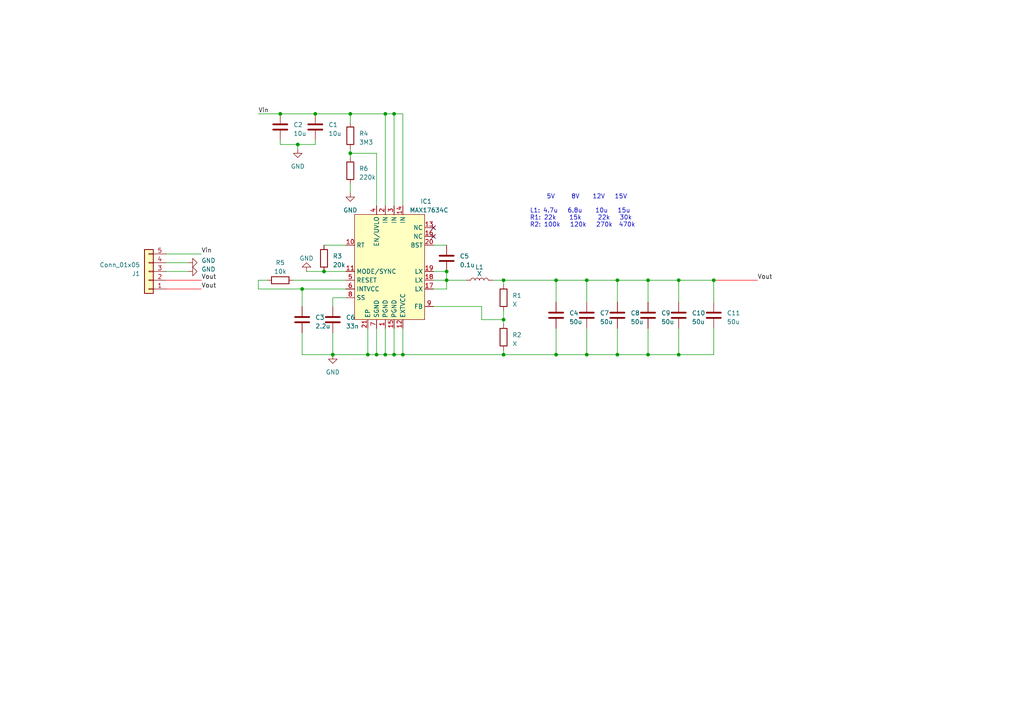
<source format=kicad_sch>
(kicad_sch (version 20230121) (generator eeschema)
  (paper "A4")
  (lib_symbols
    (symbol "Audio_DSP:MAX17634C"
      (property "Reference" "U" (at 10.16 19.05 0))
      (property "Value" "MAX17634C" (at 10.16 16.51 0))
      (symbol "MAX17634C_0_1"
        (rectangle (start -10.16 15.24) (end 10.16 -15.24) (fill (type background)))
      )
      (symbol "MAX17634C_1_0"
        (pin no_connect line (at 12.7 8.89 180) (length 2.54) (name "NC") (number "16"))
      )
      (symbol "MAX17634C_1_1"
        (pin passive line (at -1.27 -17.78 90) (length 2.54) (name "PGND") (number "1"))
        (pin passive line (at -12.7 6.35 0) (length 2.54) (name "RT") (number "10"))
        (pin passive line (at -12.7 -1.27 0) (length 2.54) (name "MODE/SYNC") (number "11"))
        (pin passive line (at 3.81 -17.78 90) (length 2.54) (name "EXTVCC") (number "12"))
        (pin no_connect line (at 12.7 11.43 180) (length 2.54) (name "NC") (number "13"))
        (pin power_in line (at 3.81 17.78 270) (length 2.54) (name "IN") (number "14"))
        (pin passive line (at 1.27 -17.78 90) (length 2.54) (name "PGND") (number "15"))
        (pin power_out line (at 12.7 -6.35 180) (length 2.54) (name "LX") (number "17"))
        (pin power_out line (at 12.7 -3.81 180) (length 2.54) (name "LX") (number "18"))
        (pin power_out line (at 12.7 -1.27 180) (length 2.54) (name "LX") (number "19"))
        (pin power_in line (at -1.27 17.78 270) (length 2.54) (name "IN") (number "2"))
        (pin passive line (at 12.7 6.35 180) (length 2.54) (name "BST") (number "20"))
        (pin passive line (at -6.35 -17.78 90) (length 2.54) (name "EP") (number "21"))
        (pin power_in line (at 1.27 17.78 270) (length 2.54) (name "IN") (number "3"))
        (pin passive line (at -3.81 17.78 270) (length 2.54) (name "EN/UVLO") (number "4"))
        (pin passive line (at -12.7 -3.81 0) (length 2.54) (name "RESET") (number "5"))
        (pin power_in line (at -12.7 -6.35 0) (length 2.54) (name "INTVCC") (number "6"))
        (pin passive line (at -3.81 -17.78 90) (length 2.54) (name "SGND") (number "7"))
        (pin passive line (at -12.7 -8.89 0) (length 2.54) (name "SS") (number "8"))
        (pin passive line (at 12.7 -11.43 180) (length 2.54) (name "FB") (number "9"))
      )
    )
    (symbol "Connector_Generic:Conn_01x05" (pin_names (offset 1.016) hide)
      (property "Reference" "J" (at 0 7.62 0))
      (property "Value" "Conn_01x05" (at 0 -7.62 0))
      (symbol "Conn_01x05_1_1"
        (rectangle (start -1.27 -4.953) (end 0 -5.207) (stroke (width 0.1524)))
        (rectangle (start -1.27 -2.413) (end 0 -2.667) (stroke (width 0.1524)))
        (rectangle (start -1.27 0.127) (end 0 -0.127) (stroke (width 0.1524)))
        (rectangle (start -1.27 2.667) (end 0 2.413) (stroke (width 0.1524)))
        (rectangle (start -1.27 5.207) (end 0 4.953) (stroke (width 0.1524)))
        (rectangle (start -1.27 6.35) (end 1.27 -6.35) (stroke (width 0.254)) (fill (type background)))
        (pin passive line (at -5.08 5.08 0) (length 3.81) (name "Pin_1") (number "1"))
        (pin passive line (at -5.08 2.54 0) (length 3.81) (name "Pin_2") (number "2"))
        (pin passive line (at -5.08 0 0) (length 3.81) (name "Pin_3") (number "3"))
        (pin passive line (at -5.08 -2.54 0) (length 3.81) (name "Pin_4") (number "4"))
        (pin passive line (at -5.08 -5.08 0) (length 3.81) (name "Pin_5") (number "5"))
      )
    )
    (symbol "Device:C" (pin_numbers hide) (pin_names (offset 0.254))
      (property "Reference" "C" (at 0.635 2.54 0))
      (property "Value" "C" (at 0.635 -2.54 0))
      (symbol "C_0_1"
        (polyline (pts (xy -2.032 -0.762) (xy 2.032 -0.762)) (stroke (width 0.508)))
        (polyline (pts (xy -2.032 0.762) (xy 2.032 0.762)) (stroke (width 0.508)))
      )
      (symbol "C_1_1"
        (pin passive line (at 0 3.81 270) (length 2.794) (name "~") (number "1"))
        (pin passive line (at 0 -3.81 90) (length 2.794) (name "~") (number "2"))
      )
    )
    (symbol "Device:L" (pin_numbers hide) (pin_names (offset 1.016) hide)
      (property "Reference" "L" (at -1.27 0 90))
      (property "Value" "L" (at 1.905 0 90))
      (symbol "L_0_1"
        (arc (start 0 -2.54) (mid 0.6323 -1.905) (end 0 -1.27))
        (arc (start 0 -1.27) (mid 0.6323 -0.635) (end 0 0))
        (arc (start 0 0) (mid 0.6323 0.635) (end 0 1.27))
        (arc (start 0 1.27) (mid 0.6323 1.905) (end 0 2.54))
      )
      (symbol "L_1_1"
        (pin passive line (at 0 3.81 270) (length 1.27) (name "1") (number "1"))
        (pin passive line (at 0 -3.81 90) (length 1.27) (name "2") (number "2"))
      )
    )
    (symbol "Device:R" (pin_numbers hide) (pin_names (offset 0))
      (property "Reference" "R" (at 2.032 0 90))
      (property "Value" "R" (at 0 0 90))
      (symbol "R_0_1"
        (rectangle (start -1.016 -2.54) (end 1.016 2.54) (stroke (width 0.254)))
      )
      (symbol "R_1_1"
        (pin passive line (at 0 3.81 270) (length 1.27) (name "~") (number "1"))
        (pin passive line (at 0 -3.81 90) (length 1.27) (name "~") (number "2"))
      )
    )
    (symbol "power:GND" (power) (pin_names (offset 0))
      (property "Value" "GND" (at 0 -3.81 0))
      (symbol "GND_0_1"
        (polyline (pts (xy 0 0) (xy 0 -1.27) (xy 1.27 -1.27) (xy 0 -2.54) (xy -1.27 -1.27) (xy 0 -1.27)))
      )
      (symbol "GND_1_1"
        (pin power_in line (at 0 0 270) (length 0) hide (name "GND") (number "1"))
      )
    )
  )
  (junction (at 179.07 81.28))
  (junction (at 146.05 81.28))
  (junction (at 116.84 102.87))
  (junction (at 109.22 102.87))
  (junction (at 196.85 102.87))
  (junction (at 86.36 41.91))
  (junction (at 187.96 102.87))
  (junction (at 146.05 92.71))
  (junction (at 161.29 81.28))
  (junction (at 81.28 33.02))
  (junction (at 129.54 78.74))
  (junction (at 101.6 33.02))
  (junction (at 207.01 81.28))
  (junction (at 93.98 78.74))
  (junction (at 170.18 81.28))
  (junction (at 114.3 33.02))
  (junction (at 170.18 102.87))
  (junction (at 106.68 102.87))
  (junction (at 179.07 102.87))
  (junction (at 129.54 81.28))
  (junction (at 87.63 83.82))
  (junction (at 196.85 81.28))
  (junction (at 91.44 33.02))
  (junction (at 111.76 102.87))
  (junction (at 146.05 102.87))
  (junction (at 111.76 33.02))
  (junction (at 96.52 102.87))
  (junction (at 101.6 44.45))
  (junction (at 187.96 81.28))
  (junction (at 161.29 102.87))
  (junction (at 114.3 102.87))
  (no_connect (at 125.73 66.04))
  (no_connect (at 125.73 68.58))
  (wire (pts (xy 114.3 33.02) (xy 114.3 59.69)))
  (wire (pts (xy 196.85 81.28) (xy 207.01 81.28)))
  (wire (pts (xy 146.05 81.28) (xy 161.29 81.28)))
  (wire (pts (xy 146.05 90.17) (xy 146.05 92.71)))
  (wire (pts (xy 101.6 33.02) (xy 101.6 35.56)))
  (wire (pts (xy 101.6 44.45) (xy 101.6 45.72)))
  (wire (pts (xy 125.73 88.9) (xy 139.7 88.9)))
  (wire (pts (xy 100.33 83.82) (xy 87.63 83.82)))
  (wire (pts (xy 179.07 81.28) (xy 187.96 81.28)))
  (wire (pts (xy 142.875 81.28) (xy 146.05 81.28)))
  (wire (pts (xy 74.93 83.82) (xy 87.63 83.82)))
  (wire (pts (xy 116.84 33.02) (xy 116.84 59.69)))
  (wire (pts (xy 170.18 102.87) (xy 179.07 102.87)))
  (wire (pts (xy 207.01 81.28) (xy 207.01 87.63)))
  (wire (pts (xy 146.05 102.87) (xy 161.29 102.87)))
  (wire (pts (xy 111.76 33.02) (xy 114.3 33.02)))
  (wire (pts (xy 109.22 44.45) (xy 109.22 59.69)))
  (wire (pts (xy 81.28 40.64) (xy 81.28 41.91)))
  (wire (pts (xy 101.6 33.02) (xy 111.76 33.02)))
  (wire (pts (xy 146.05 101.6) (xy 146.05 102.87)))
  (wire (pts (xy 179.07 102.87) (xy 187.96 102.87)))
  (wire (pts (xy 125.73 71.12) (xy 129.54 71.12)))
  (wire (pts (xy 187.96 95.25) (xy 187.96 102.87)))
  (wire (pts (xy 101.6 43.18) (xy 101.6 44.45)))
  (wire (pts (xy 129.54 81.28) (xy 129.54 78.74)))
  (wire (pts (xy 170.18 95.25) (xy 170.18 102.87)))
  (wire (pts (xy 87.63 96.52) (xy 87.63 102.87)))
  (wire (pts (xy 93.98 78.74) (xy 100.33 78.74)))
  (wire (pts (xy 114.3 102.87) (xy 116.84 102.87)))
  (wire (pts (xy 125.73 78.74) (xy 129.54 78.74)))
  (wire (pts (xy 101.6 53.34) (xy 101.6 55.88)))
  (wire (pts (xy 196.85 95.25) (xy 196.85 102.87)))
  (wire (pts (xy 207.01 95.25) (xy 207.01 102.87)))
  (wire (pts (xy 170.18 81.28) (xy 170.18 87.63)))
  (wire (pts (xy 207.01 81.28) (xy 219.71 81.28)) (stroke (width 0) (color 255 0 0 1)))
  (wire (pts (xy 187.96 102.87) (xy 196.85 102.87)))
  (wire (pts (xy 87.63 83.82) (xy 87.63 88.9)))
  (wire (pts (xy 196.85 81.28) (xy 196.85 87.63)))
  (wire (pts (xy 48.26 83.82) (xy 58.42 83.82)) (stroke (width 0) (color 255 0 0 1)))
  (wire (pts (xy 91.44 40.64) (xy 91.44 41.91)))
  (wire (pts (xy 170.18 81.28) (xy 179.07 81.28)))
  (wire (pts (xy 111.76 95.25) (xy 111.76 102.87)))
  (wire (pts (xy 114.3 102.87) (xy 111.76 102.87)))
  (wire (pts (xy 81.28 33.02) (xy 91.44 33.02)))
  (wire (pts (xy 74.93 81.28) (xy 74.93 83.82)))
  (wire (pts (xy 96.52 86.36) (xy 96.52 88.9)))
  (wire (pts (xy 85.09 81.28) (xy 100.33 81.28)))
  (wire (pts (xy 125.73 81.28) (xy 129.54 81.28)))
  (wire (pts (xy 139.7 92.71) (xy 146.05 92.71)))
  (wire (pts (xy 91.44 41.91) (xy 86.36 41.91)))
  (wire (pts (xy 111.76 33.02) (xy 111.76 59.69)))
  (wire (pts (xy 54.61 78.74) (xy 48.26 78.74)))
  (wire (pts (xy 114.3 33.02) (xy 116.84 33.02)))
  (wire (pts (xy 139.7 88.9) (xy 139.7 92.71)))
  (wire (pts (xy 179.07 95.25) (xy 179.07 102.87)))
  (wire (pts (xy 48.26 76.2) (xy 54.61 76.2)))
  (wire (pts (xy 74.93 33.02) (xy 81.28 33.02)))
  (wire (pts (xy 161.29 95.25) (xy 161.29 102.87)))
  (wire (pts (xy 129.54 83.82) (xy 129.54 81.28)))
  (wire (pts (xy 106.68 102.87) (xy 96.52 102.87)))
  (wire (pts (xy 114.3 95.25) (xy 114.3 102.87)))
  (wire (pts (xy 91.44 33.02) (xy 101.6 33.02)))
  (wire (pts (xy 109.22 95.25) (xy 109.22 102.87)))
  (wire (pts (xy 109.22 102.87) (xy 106.68 102.87)))
  (wire (pts (xy 93.98 71.12) (xy 100.33 71.12)))
  (wire (pts (xy 100.33 86.36) (xy 96.52 86.36)))
  (wire (pts (xy 129.54 81.28) (xy 135.255 81.28)))
  (wire (pts (xy 81.28 41.91) (xy 86.36 41.91)))
  (wire (pts (xy 146.05 92.71) (xy 146.05 93.98)))
  (wire (pts (xy 87.63 102.87) (xy 96.52 102.87)))
  (wire (pts (xy 86.36 41.91) (xy 86.36 43.18)))
  (wire (pts (xy 146.05 81.28) (xy 146.05 82.55)))
  (wire (pts (xy 48.26 81.28) (xy 58.42 81.28)) (stroke (width 0) (color 255 0 0 1)))
  (wire (pts (xy 187.96 81.28) (xy 196.85 81.28)))
  (wire (pts (xy 96.52 102.87) (xy 96.52 96.52)))
  (wire (pts (xy 161.29 81.28) (xy 161.29 87.63)))
  (wire (pts (xy 179.07 81.28) (xy 179.07 87.63)))
  (wire (pts (xy 187.96 81.28) (xy 187.96 87.63)))
  (wire (pts (xy 106.68 95.25) (xy 106.68 102.87)))
  (wire (pts (xy 48.26 73.66) (xy 58.42 73.66)))
  (wire (pts (xy 116.84 95.25) (xy 116.84 102.87)))
  (wire (pts (xy 101.6 44.45) (xy 109.22 44.45)))
  (wire (pts (xy 116.84 102.87) (xy 146.05 102.87)))
  (wire (pts (xy 74.93 81.28) (xy 77.47 81.28)))
  (wire (pts (xy 125.73 83.82) (xy 129.54 83.82)))
  (wire (pts (xy 88.9 78.74) (xy 93.98 78.74)))
  (wire (pts (xy 111.76 102.87) (xy 109.22 102.87)))
  (wire (pts (xy 196.85 102.87) (xy 207.01 102.87)))
  (wire (pts (xy 161.29 81.28) (xy 170.18 81.28)))
  (wire (pts (xy 161.29 102.87) (xy 170.18 102.87)))
  (text "     5V     8V    12V   15V\n\nL1: 4.7u   6.8u    10u   15u\nR1: 22k    15k     22k   30k\nR2: 100k   120k   270k  470k" (at 153.67 66.04 0) (effects (font (size 1.27 1.27)) (justify left bottom)))
  (label "Vin" (at 58.42 73.66 0))
  (label "Vout" (at 58.42 83.82 0))
  (label "Vout" (at 58.42 81.28 0))
  (label "Vout" (at 219.71 81.28 0))
  (label "Vin" (at 74.93 33.02 0))
  (symbol (lib_id "Device:C") (at 96.52 92.71 0) (unit 1)
    (property "Reference" "C6" (at 100.33 92.075 0) (effects (justify left)))
    (property "Value" "33n" (at 100.33 94.615 0) (effects (justify left)))
    (property "Footprint" "Capacitor_SMD:C_0402_1005Metric" (effects hide))
  )
  (symbol (lib_id "Device:C") (at 91.44 36.83 0) (unit 1)
    (property "Reference" "C1" (at 95.25 36.195 0) (effects (justify left)))
    (property "Value" "10u" (at 95.25 38.735 0) (effects (justify left)))
    (property "Footprint" "Capacitor_SMD:C_1210_3225Metric" (effects hide))
    (property "Datasheet" "https://eu.mouser.com/ProductDetail/Samsung-Electro-Mechanics/CL32B106KBJNNNE?qs=349EhDEZ59rXK%2FOM74I5cg%3D%3D" (effects hide))
  )
  (symbol (lib_id "power:GND") (at 54.61 78.74 90) (unit 1)
    (property "Reference" "#PWR03" (effects hide))
    (property "Value" "GND" (at 58.42 78.105 90) (effects (justify right)))
  )
  (symbol (lib_id "Device:C") (at 187.96 91.44 0) (unit 1)
    (property "Reference" "C9" (at 191.77 90.805 0) (effects (justify left)))
    (property "Value" "50u" (at 191.77 93.345 0) (effects (justify left)))
    (property "Footprint" "Capacitor_SMD:C_1210_3225Metric" (effects hide))
  )
  (symbol (lib_id "Device:R") (at 101.6 49.53 0) (unit 1)
    (property "Reference" "R6" (at 104.14 48.895 0) (effects (justify left)))
    (property "Value" "220k" (at 104.14 51.435 0) (effects (justify left)))
    (property "Footprint" "Resistor_SMD:R_0402_1005Metric" (effects hide))
  )
  (symbol (lib_id "power:GND") (at 88.9 78.74 180) (unit 1)
    (property "Reference" "#PWR09" (effects hide))
    (property "Value" "GND" (at 88.9 74.93 0))
  )
  (symbol (lib_id "Device:R") (at 146.05 86.36 0) (unit 1)
    (property "Reference" "R1" (at 148.59 85.725 0) (effects (justify left)))
    (property "Value" "X" (at 148.59 88.265 0) (effects (justify left)))
    (property "Footprint" "Resistor_SMD:R_0402_1005Metric" (effects hide))
  )
  (symbol (lib_id "Device:C") (at 179.07 91.44 0) (unit 1)
    (property "Reference" "C8" (at 182.88 90.805 0) (effects (justify left)))
    (property "Value" "50u" (at 182.88 93.345 0) (effects (justify left)))
    (property "Footprint" "Capacitor_SMD:C_1210_3225Metric" (effects hide))
  )
  (symbol (lib_id "Device:C") (at 81.28 36.83 0) (unit 1)
    (property "Reference" "C2" (at 85.09 36.195 0) (effects (justify left)))
    (property "Value" "10u" (at 85.09 38.735 0) (effects (justify left)))
    (property "Footprint" "Capacitor_SMD:C_1210_3225Metric" (effects hide))
    (property "Datasheet" "https://eu.mouser.com/ProductDetail/Samsung-Electro-Mechanics/CL32B106KBJNNNE?qs=349EhDEZ59rXK%2FOM74I5cg%3D%3D" (effects hide))
  )
  (symbol (lib_id "Device:R") (at 81.28 81.28 270) (unit 1)
    (property "Reference" "R5" (at 81.28 76.2 90))
    (property "Value" "10k" (at 81.28 78.74 90))
    (property "Footprint" "Resistor_SMD:R_0402_1005Metric" (effects hide))
  )
  (symbol (lib_id "Connector_Generic:Conn_01x05") (at 43.18 78.74 180) (unit 1)
    (property "Reference" "J1" (at 40.64 79.375 0) (effects (justify left)))
    (property "Value" "Conn_01x05" (at 40.64 76.835 0) (effects (justify left)))
    (property "Footprint" "Connector_PinHeader_2.54mm:PinHeader_1x05_P2.54mm_Horizontal" (effects hide))
  )
  (symbol (lib_id "Device:C") (at 87.63 92.71 0) (unit 1)
    (property "Reference" "C3" (at 91.44 92.075 0) (effects (justify left)))
    (property "Value" "2.2u" (at 91.44 94.615 0) (effects (justify left)))
    (property "Footprint" "Capacitor_SMD:C_0402_1005Metric" (effects hide))
    (property "Datasheet" "https://eu.mouser.com/ProductDetail/Murata-Electronics/GRM155Z71A225KE01D?qs=d0WKAl%252BL4Kaf7%252BbBwe1qxg%3D%3D" (effects hide))
  )
  (symbol (lib_id "Device:R") (at 93.98 74.93 0) (unit 1)
    (property "Reference" "R3" (at 96.52 74.295 0) (effects (justify left)))
    (property "Value" "20k" (at 96.52 76.835 0) (effects (justify left)))
    (property "Footprint" "Resistor_SMD:R_0402_1005Metric" (effects hide))
  )
  (symbol (lib_id "Device:C") (at 161.29 91.44 0) (unit 1)
    (property "Reference" "C4" (at 165.1 90.805 0) (effects (justify left)))
    (property "Value" "50u" (at 165.1 93.345 0) (effects (justify left)))
    (property "Footprint" "Capacitor_SMD:C_1210_3225Metric" (effects hide))
  )
  (symbol (lib_id "power:GND") (at 86.36 43.18 0) (unit 1)
    (property "Reference" "#PWR06" (effects hide))
    (property "Value" "GND" (at 86.36 48.26 0))
  )
  (symbol (lib_id "power:GND") (at 96.52 102.87 0) (unit 1)
    (property "Reference" "#PWR01" (effects hide))
    (property "Value" "GND" (at 96.52 107.95 0))
  )
  (symbol (lib_id "Device:C") (at 170.18 91.44 0) (unit 1)
    (property "Reference" "C7" (at 173.99 90.805 0) (effects (justify left)))
    (property "Value" "50u" (at 173.99 93.345 0) (effects (justify left)))
    (property "Footprint" "Capacitor_SMD:C_1210_3225Metric" (effects hide))
  )
  (symbol (lib_id "Device:R") (at 146.05 97.79 0) (unit 1)
    (property "Reference" "R2" (at 148.59 97.155 0) (effects (justify left)))
    (property "Value" "X" (at 148.59 99.695 0) (effects (justify left)))
    (property "Footprint" "Resistor_SMD:R_0402_1005Metric" (effects hide))
  )
  (symbol (lib_id "Device:C") (at 207.01 91.44 0) (unit 1)
    (property "Reference" "C11" (at 210.82 90.805 0) (effects (justify left)))
    (property "Value" "50u" (at 210.82 93.345 0) (effects (justify left)))
    (property "Footprint" "Capacitor_SMD:C_1210_3225Metric" (effects hide))
  )
  (symbol (lib_id "Audio_DSP:MAX17634C") (at 113.03 77.47 0) (unit 1)
    (property "Reference" "IC1" (at 121.92 58.42 0) (effects (justify left)))
    (property "Value" "MAX17634C" (at 118.7959 60.96 0) (effects (justify left)))
    (property "Footprint" "Audio-DSP:TQFN-20-1EP_4x4mm_P0.5mm_EP2.9x2.9mm_ThermalVias_(JLCPCB_Compatible)" (effects hide))
    (property "Datasheet" "https://www.analog.com/media/en/technical-documentation/data-sheets/MAX17634A-MAX17634C.pdf" (effects hide))
    (property "Order" "https://nl.farnell.com/analog-devices/max17634catp/dc-dc-conv-sync-buck-2-2mhz-125deg/dp/3269809?st=max17634c" (effects hide))
  )
  (symbol (lib_id "power:GND") (at 101.6 55.88 0) (unit 1)
    (property "Reference" "#PWR013" (effects hide))
    (property "Value" "GND" (at 101.6 60.96 0))
  )
  (symbol (lib_id "power:GND") (at 54.61 76.2 90) (unit 1)
    (property "Reference" "#PWR02" (effects hide))
    (property "Value" "GND" (at 58.42 75.565 90) (effects (justify right)))
  )
  (symbol (lib_id "Device:C") (at 129.54 74.93 0) (unit 1)
    (property "Reference" "C5" (at 133.35 74.295 0) (effects (justify left)))
    (property "Value" "0.1u" (at 133.35 76.835 0) (effects (justify left)))
    (property "Footprint" "Capacitor_SMD:C_0402_1005Metric" (effects hide))
  )
  (symbol (lib_id "Device:C") (at 196.85 91.44 0) (unit 1)
    (property "Reference" "C10" (at 200.66 90.805 0) (effects (justify left)))
    (property "Value" "50u" (at 200.66 93.345 0) (effects (justify left)))
    (property "Footprint" "Capacitor_SMD:C_1210_3225Metric" (effects hide))
  )
  (symbol (lib_id "Device:R") (at 101.6 39.37 0) (unit 1)
    (property "Reference" "R4" (at 104.14 38.735 0) (effects (justify left)))
    (property "Value" "3M3" (at 104.14 41.275 0) (effects (justify left)))
    (property "Footprint" "Resistor_SMD:R_0402_1005Metric" (effects hide))
  )
  (symbol (lib_id "Device:L") (at 139.065 81.28 90) (unit 1)
    (property "Reference" "L1" (at 139.065 77.47 90))
    (property "Value" "X" (at 139.065 79.375 90))
    (property "Footprint" "Inductor_SMD:L_Coilcraft_XAL6060-XXX" (effects hide))
    (property "Datasheet" "https://nl.mouser.com/c/passive-components/resistors/?case%20code%20-%20in=0402&tolerance=0.01~~0.02%20%25%7C~0.05%20%25~~0.1%20%25&rp=passive-components%2Fresistors%7C~Tolerance" (effects hide))
    (property "Datasheet2" "https://nl.mouser.com/c/passive-components/resistors/?case%20code%20-%20in=0402&tolerance=0.01~~0.02%20%25%7C~0.05%20%25~~0.1%20%25&rp=passive-components%2Fresistors%7C~Tolerance" (effects hide))
    (property "Datasheet3" "https://nl.mouser.com/c/passive-components/resistors/?case%20code%20-%20in=0402&tolerance=0.01~~0.02%20%25%7C~0.05%20%25~~0.1%20%25&rp=passive-components%2Fresistors%7C~Tolerance" (effects hide))
    (property "Datasheet4" "https://nl.mouser.com/c/passive-components/resistors/?case%20code%20-%20in=0402&tolerance=0.01~~0.02%20%25%7C~0.05%20%25~~0.1%20%25&rp=passive-components%2Fresistors%7C~Tolerance" (effects hide))
  )
)
</source>
